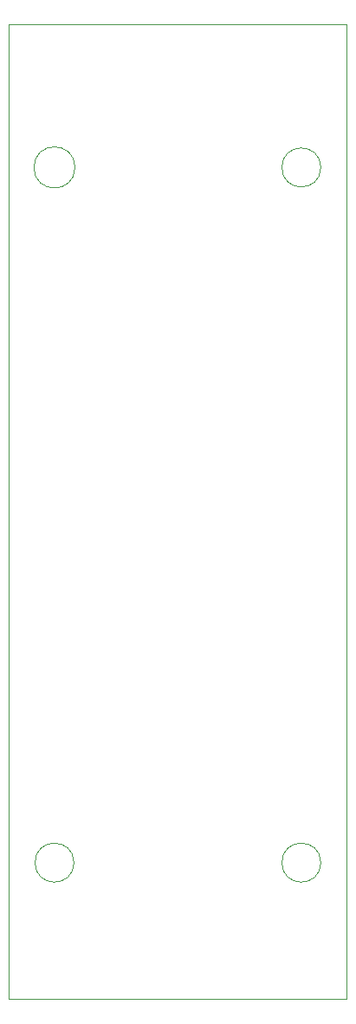
<source format=gbr>
G04 #@! TF.FileFunction,Profile,NP*
%FSLAX46Y46*%
G04 Gerber Fmt 4.6, Leading zero omitted, Abs format (unit mm)*
G04 Created by KiCad (PCBNEW 4.0.7) date 10/22/18 08:20:40*
%MOMM*%
%LPD*%
G01*
G04 APERTURE LIST*
%ADD10C,0.100000*%
G04 APERTURE END LIST*
D10*
X33020000Y0D02*
X0Y0D01*
X0Y95250000D02*
X33020000Y95250000D01*
X30480000Y81280000D02*
G75*
G03X30480000Y81280000I-1905000J0D01*
G01*
X6453046Y81280000D02*
G75*
G03X6453046Y81280000I-2008046J0D01*
G01*
X30480000Y13335000D02*
G75*
G03X30480000Y13335000I-1905000J0D01*
G01*
X6350000Y13335000D02*
G75*
G03X6350000Y13335000I-1905000J0D01*
G01*
X33020000Y95250000D02*
X33020000Y0D01*
X0Y0D02*
X0Y95250000D01*
M02*

</source>
